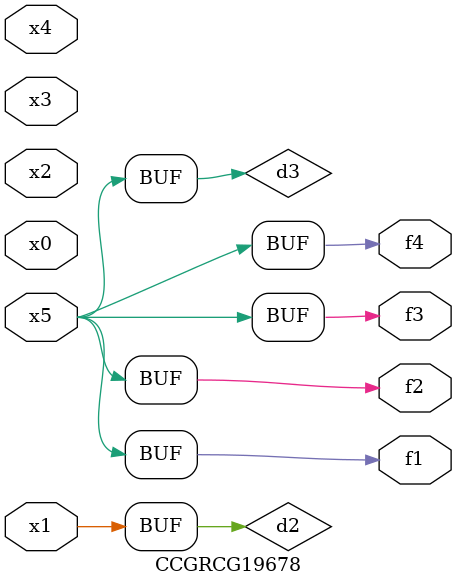
<source format=v>
module CCGRCG19678(
	input x0, x1, x2, x3, x4, x5,
	output f1, f2, f3, f4
);

	wire d1, d2, d3;

	not (d1, x5);
	or (d2, x1);
	xnor (d3, d1);
	assign f1 = d3;
	assign f2 = d3;
	assign f3 = d3;
	assign f4 = d3;
endmodule

</source>
